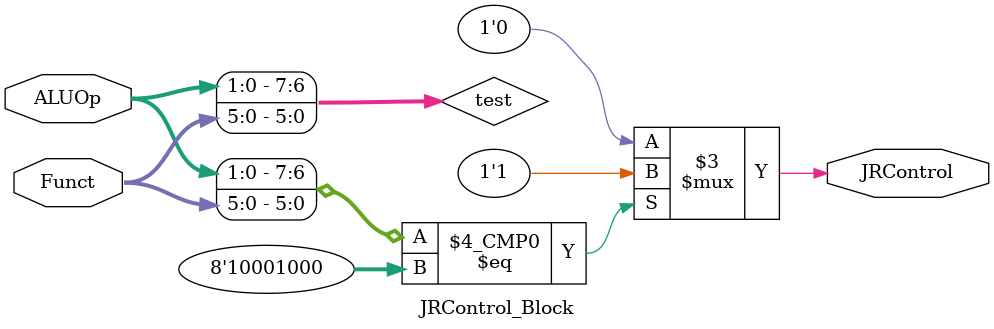
<source format=v>
`timescale 1 ps / 100 fs
module JRControl_Block( JRControl, ALUOp, Funct);
output JRControl;
reg JRControl;
input [1:0] ALUOp;
input [5:0] Funct;
wire [7:0] test;
assign test = {ALUOp,Funct};
always @(test)
case (test)
 8'b10001000 : JRControl=1'b1; 
 default: JRControl=1'b0;
 endcase
endmodule
</source>
